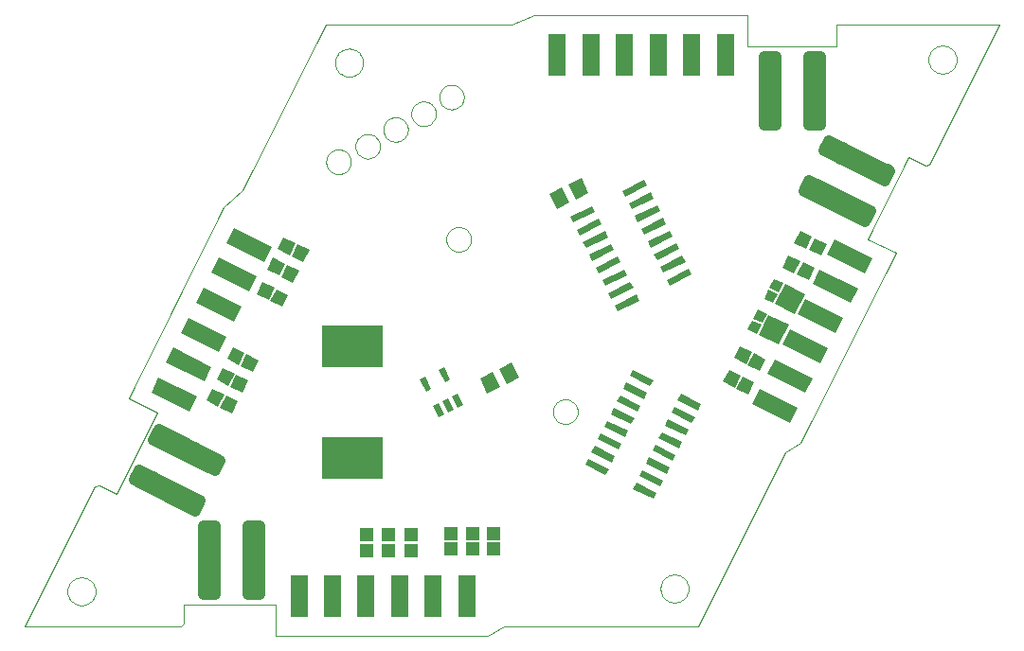
<source format=gbp>
G75*
%MOIN*%
%OFA0B0*%
%FSLAX24Y24*%
%IPPOS*%
%LPD*%
%AMOC8*
5,1,8,0,0,1.08239X$1,22.5*
%
%ADD10C,0.0000*%
%ADD11R,0.0236X0.0866*%
%ADD12R,0.0217X0.0472*%
%ADD13R,0.2165X0.1516*%
%ADD14R,0.0591X0.1496*%
%ADD15C,0.0394*%
%ADD16R,0.0512X0.0591*%
%ADD17R,0.0810X0.0240*%
%ADD18R,0.0472X0.0472*%
%ADD19R,0.0354X0.0354*%
%ADD20R,0.0787X0.0787*%
%ADD21R,0.0472X0.0472*%
D10*
X001543Y001214D02*
X007057Y001214D01*
X007162Y001332D01*
X007163Y001992D01*
X010376Y001990D01*
X010370Y000897D01*
X017853Y000897D01*
X018407Y001214D01*
X025254Y001214D01*
X028315Y007336D01*
X028846Y007690D01*
X032212Y014373D01*
X031218Y014865D01*
X032655Y017739D01*
X033246Y017444D01*
X033393Y017483D01*
X035864Y022424D01*
X030103Y022423D01*
X030103Y022424D02*
X030103Y021647D01*
X026989Y021647D01*
X026989Y022739D01*
X019476Y022739D01*
X018689Y022424D01*
X012143Y022424D01*
X009220Y016568D01*
X008561Y015977D01*
X005204Y009265D01*
X006218Y008753D01*
X004781Y005889D01*
X004191Y006184D01*
X004004Y006145D01*
X001543Y001214D01*
X003060Y002453D02*
X003062Y002497D01*
X003068Y002541D01*
X003078Y002584D01*
X003091Y002626D01*
X003109Y002666D01*
X003130Y002705D01*
X003154Y002742D01*
X003181Y002777D01*
X003212Y002809D01*
X003245Y002838D01*
X003281Y002864D01*
X003319Y002886D01*
X003359Y002905D01*
X003400Y002921D01*
X003443Y002933D01*
X003486Y002941D01*
X003530Y002945D01*
X003574Y002945D01*
X003618Y002941D01*
X003661Y002933D01*
X003704Y002921D01*
X003745Y002905D01*
X003785Y002886D01*
X003823Y002864D01*
X003859Y002838D01*
X003892Y002809D01*
X003923Y002777D01*
X003950Y002742D01*
X003974Y002705D01*
X003995Y002666D01*
X004013Y002626D01*
X004026Y002584D01*
X004036Y002541D01*
X004042Y002497D01*
X004044Y002453D01*
X004042Y002409D01*
X004036Y002365D01*
X004026Y002322D01*
X004013Y002280D01*
X003995Y002240D01*
X003974Y002201D01*
X003950Y002164D01*
X003923Y002129D01*
X003892Y002097D01*
X003859Y002068D01*
X003823Y002042D01*
X003785Y002020D01*
X003745Y002001D01*
X003704Y001985D01*
X003661Y001973D01*
X003618Y001965D01*
X003574Y001961D01*
X003530Y001961D01*
X003486Y001965D01*
X003443Y001973D01*
X003400Y001985D01*
X003359Y002001D01*
X003319Y002020D01*
X003281Y002042D01*
X003245Y002068D01*
X003212Y002097D01*
X003181Y002129D01*
X003154Y002164D01*
X003130Y002201D01*
X003109Y002240D01*
X003091Y002280D01*
X003078Y002322D01*
X003068Y002365D01*
X003062Y002409D01*
X003060Y002453D01*
X016391Y014853D02*
X016393Y014894D01*
X016399Y014935D01*
X016409Y014975D01*
X016422Y015014D01*
X016439Y015051D01*
X016460Y015087D01*
X016484Y015121D01*
X016511Y015152D01*
X016540Y015180D01*
X016573Y015206D01*
X016607Y015228D01*
X016644Y015247D01*
X016682Y015262D01*
X016722Y015274D01*
X016762Y015282D01*
X016803Y015286D01*
X016845Y015286D01*
X016886Y015282D01*
X016926Y015274D01*
X016966Y015262D01*
X017004Y015247D01*
X017040Y015228D01*
X017075Y015206D01*
X017108Y015180D01*
X017137Y015152D01*
X017164Y015121D01*
X017188Y015087D01*
X017209Y015051D01*
X017226Y015014D01*
X017239Y014975D01*
X017249Y014935D01*
X017255Y014894D01*
X017257Y014853D01*
X017255Y014812D01*
X017249Y014771D01*
X017239Y014731D01*
X017226Y014692D01*
X017209Y014655D01*
X017188Y014619D01*
X017164Y014585D01*
X017137Y014554D01*
X017108Y014526D01*
X017075Y014500D01*
X017041Y014478D01*
X017004Y014459D01*
X016966Y014444D01*
X016926Y014432D01*
X016886Y014424D01*
X016845Y014420D01*
X016803Y014420D01*
X016762Y014424D01*
X016722Y014432D01*
X016682Y014444D01*
X016644Y014459D01*
X016608Y014478D01*
X016573Y014500D01*
X016540Y014526D01*
X016511Y014554D01*
X016484Y014585D01*
X016460Y014619D01*
X016439Y014655D01*
X016422Y014692D01*
X016409Y014731D01*
X016399Y014771D01*
X016393Y014812D01*
X016391Y014853D01*
X012163Y017582D02*
X012165Y017623D01*
X012171Y017664D01*
X012181Y017704D01*
X012194Y017743D01*
X012211Y017780D01*
X012232Y017816D01*
X012256Y017850D01*
X012283Y017881D01*
X012312Y017909D01*
X012345Y017935D01*
X012379Y017957D01*
X012416Y017976D01*
X012454Y017991D01*
X012494Y018003D01*
X012534Y018011D01*
X012575Y018015D01*
X012617Y018015D01*
X012658Y018011D01*
X012698Y018003D01*
X012738Y017991D01*
X012776Y017976D01*
X012812Y017957D01*
X012847Y017935D01*
X012880Y017909D01*
X012909Y017881D01*
X012936Y017850D01*
X012960Y017816D01*
X012981Y017780D01*
X012998Y017743D01*
X013011Y017704D01*
X013021Y017664D01*
X013027Y017623D01*
X013029Y017582D01*
X013027Y017541D01*
X013021Y017500D01*
X013011Y017460D01*
X012998Y017421D01*
X012981Y017384D01*
X012960Y017348D01*
X012936Y017314D01*
X012909Y017283D01*
X012880Y017255D01*
X012847Y017229D01*
X012813Y017207D01*
X012776Y017188D01*
X012738Y017173D01*
X012698Y017161D01*
X012658Y017153D01*
X012617Y017149D01*
X012575Y017149D01*
X012534Y017153D01*
X012494Y017161D01*
X012454Y017173D01*
X012416Y017188D01*
X012380Y017207D01*
X012345Y017229D01*
X012312Y017255D01*
X012283Y017283D01*
X012256Y017314D01*
X012232Y017348D01*
X012211Y017384D01*
X012194Y017421D01*
X012181Y017460D01*
X012171Y017500D01*
X012165Y017541D01*
X012163Y017582D01*
X013187Y018133D02*
X013189Y018174D01*
X013195Y018215D01*
X013205Y018255D01*
X013218Y018294D01*
X013235Y018331D01*
X013256Y018367D01*
X013280Y018401D01*
X013307Y018432D01*
X013336Y018460D01*
X013369Y018486D01*
X013403Y018508D01*
X013440Y018527D01*
X013478Y018542D01*
X013518Y018554D01*
X013558Y018562D01*
X013599Y018566D01*
X013641Y018566D01*
X013682Y018562D01*
X013722Y018554D01*
X013762Y018542D01*
X013800Y018527D01*
X013836Y018508D01*
X013871Y018486D01*
X013904Y018460D01*
X013933Y018432D01*
X013960Y018401D01*
X013984Y018367D01*
X014005Y018331D01*
X014022Y018294D01*
X014035Y018255D01*
X014045Y018215D01*
X014051Y018174D01*
X014053Y018133D01*
X014051Y018092D01*
X014045Y018051D01*
X014035Y018011D01*
X014022Y017972D01*
X014005Y017935D01*
X013984Y017899D01*
X013960Y017865D01*
X013933Y017834D01*
X013904Y017806D01*
X013871Y017780D01*
X013837Y017758D01*
X013800Y017739D01*
X013762Y017724D01*
X013722Y017712D01*
X013682Y017704D01*
X013641Y017700D01*
X013599Y017700D01*
X013558Y017704D01*
X013518Y017712D01*
X013478Y017724D01*
X013440Y017739D01*
X013404Y017758D01*
X013369Y017780D01*
X013336Y017806D01*
X013307Y017834D01*
X013280Y017865D01*
X013256Y017899D01*
X013235Y017935D01*
X013218Y017972D01*
X013205Y018011D01*
X013195Y018051D01*
X013189Y018092D01*
X013187Y018133D01*
X014171Y018723D02*
X014173Y018764D01*
X014179Y018805D01*
X014189Y018845D01*
X014202Y018884D01*
X014219Y018921D01*
X014240Y018957D01*
X014264Y018991D01*
X014291Y019022D01*
X014320Y019050D01*
X014353Y019076D01*
X014387Y019098D01*
X014424Y019117D01*
X014462Y019132D01*
X014502Y019144D01*
X014542Y019152D01*
X014583Y019156D01*
X014625Y019156D01*
X014666Y019152D01*
X014706Y019144D01*
X014746Y019132D01*
X014784Y019117D01*
X014820Y019098D01*
X014855Y019076D01*
X014888Y019050D01*
X014917Y019022D01*
X014944Y018991D01*
X014968Y018957D01*
X014989Y018921D01*
X015006Y018884D01*
X015019Y018845D01*
X015029Y018805D01*
X015035Y018764D01*
X015037Y018723D01*
X015035Y018682D01*
X015029Y018641D01*
X015019Y018601D01*
X015006Y018562D01*
X014989Y018525D01*
X014968Y018489D01*
X014944Y018455D01*
X014917Y018424D01*
X014888Y018396D01*
X014855Y018370D01*
X014821Y018348D01*
X014784Y018329D01*
X014746Y018314D01*
X014706Y018302D01*
X014666Y018294D01*
X014625Y018290D01*
X014583Y018290D01*
X014542Y018294D01*
X014502Y018302D01*
X014462Y018314D01*
X014424Y018329D01*
X014388Y018348D01*
X014353Y018370D01*
X014320Y018396D01*
X014291Y018424D01*
X014264Y018455D01*
X014240Y018489D01*
X014219Y018525D01*
X014202Y018562D01*
X014189Y018601D01*
X014179Y018641D01*
X014173Y018682D01*
X014171Y018723D01*
X015155Y019275D02*
X015157Y019316D01*
X015163Y019357D01*
X015173Y019397D01*
X015186Y019436D01*
X015203Y019473D01*
X015224Y019509D01*
X015248Y019543D01*
X015275Y019574D01*
X015304Y019602D01*
X015337Y019628D01*
X015371Y019650D01*
X015408Y019669D01*
X015446Y019684D01*
X015486Y019696D01*
X015526Y019704D01*
X015567Y019708D01*
X015609Y019708D01*
X015650Y019704D01*
X015690Y019696D01*
X015730Y019684D01*
X015768Y019669D01*
X015804Y019650D01*
X015839Y019628D01*
X015872Y019602D01*
X015901Y019574D01*
X015928Y019543D01*
X015952Y019509D01*
X015973Y019473D01*
X015990Y019436D01*
X016003Y019397D01*
X016013Y019357D01*
X016019Y019316D01*
X016021Y019275D01*
X016019Y019234D01*
X016013Y019193D01*
X016003Y019153D01*
X015990Y019114D01*
X015973Y019077D01*
X015952Y019041D01*
X015928Y019007D01*
X015901Y018976D01*
X015872Y018948D01*
X015839Y018922D01*
X015805Y018900D01*
X015768Y018881D01*
X015730Y018866D01*
X015690Y018854D01*
X015650Y018846D01*
X015609Y018842D01*
X015567Y018842D01*
X015526Y018846D01*
X015486Y018854D01*
X015446Y018866D01*
X015408Y018881D01*
X015372Y018900D01*
X015337Y018922D01*
X015304Y018948D01*
X015275Y018976D01*
X015248Y019007D01*
X015224Y019041D01*
X015203Y019077D01*
X015186Y019114D01*
X015173Y019153D01*
X015163Y019193D01*
X015157Y019234D01*
X015155Y019275D01*
X016140Y019865D02*
X016142Y019906D01*
X016148Y019947D01*
X016158Y019987D01*
X016171Y020026D01*
X016188Y020063D01*
X016209Y020099D01*
X016233Y020133D01*
X016260Y020164D01*
X016289Y020192D01*
X016322Y020218D01*
X016356Y020240D01*
X016393Y020259D01*
X016431Y020274D01*
X016471Y020286D01*
X016511Y020294D01*
X016552Y020298D01*
X016594Y020298D01*
X016635Y020294D01*
X016675Y020286D01*
X016715Y020274D01*
X016753Y020259D01*
X016789Y020240D01*
X016824Y020218D01*
X016857Y020192D01*
X016886Y020164D01*
X016913Y020133D01*
X016937Y020099D01*
X016958Y020063D01*
X016975Y020026D01*
X016988Y019987D01*
X016998Y019947D01*
X017004Y019906D01*
X017006Y019865D01*
X017004Y019824D01*
X016998Y019783D01*
X016988Y019743D01*
X016975Y019704D01*
X016958Y019667D01*
X016937Y019631D01*
X016913Y019597D01*
X016886Y019566D01*
X016857Y019538D01*
X016824Y019512D01*
X016790Y019490D01*
X016753Y019471D01*
X016715Y019456D01*
X016675Y019444D01*
X016635Y019436D01*
X016594Y019432D01*
X016552Y019432D01*
X016511Y019436D01*
X016471Y019444D01*
X016431Y019456D01*
X016393Y019471D01*
X016357Y019490D01*
X016322Y019512D01*
X016289Y019538D01*
X016260Y019566D01*
X016233Y019597D01*
X016209Y019631D01*
X016188Y019667D01*
X016171Y019704D01*
X016158Y019743D01*
X016148Y019783D01*
X016142Y019824D01*
X016140Y019865D01*
X012478Y021079D02*
X012480Y021123D01*
X012486Y021167D01*
X012496Y021210D01*
X012509Y021252D01*
X012527Y021292D01*
X012548Y021331D01*
X012572Y021368D01*
X012599Y021403D01*
X012630Y021435D01*
X012663Y021464D01*
X012699Y021490D01*
X012737Y021512D01*
X012777Y021531D01*
X012818Y021547D01*
X012861Y021559D01*
X012904Y021567D01*
X012948Y021571D01*
X012992Y021571D01*
X013036Y021567D01*
X013079Y021559D01*
X013122Y021547D01*
X013163Y021531D01*
X013203Y021512D01*
X013241Y021490D01*
X013277Y021464D01*
X013310Y021435D01*
X013341Y021403D01*
X013368Y021368D01*
X013392Y021331D01*
X013413Y021292D01*
X013431Y021252D01*
X013444Y021210D01*
X013454Y021167D01*
X013460Y021123D01*
X013462Y021079D01*
X013460Y021035D01*
X013454Y020991D01*
X013444Y020948D01*
X013431Y020906D01*
X013413Y020866D01*
X013392Y020827D01*
X013368Y020790D01*
X013341Y020755D01*
X013310Y020723D01*
X013277Y020694D01*
X013241Y020668D01*
X013203Y020646D01*
X013163Y020627D01*
X013122Y020611D01*
X013079Y020599D01*
X013036Y020591D01*
X012992Y020587D01*
X012948Y020587D01*
X012904Y020591D01*
X012861Y020599D01*
X012818Y020611D01*
X012777Y020627D01*
X012737Y020646D01*
X012699Y020668D01*
X012663Y020694D01*
X012630Y020723D01*
X012599Y020755D01*
X012572Y020790D01*
X012548Y020827D01*
X012527Y020866D01*
X012509Y020906D01*
X012496Y020948D01*
X012486Y020991D01*
X012480Y021035D01*
X012478Y021079D01*
X020144Y008781D02*
X020146Y008822D01*
X020152Y008863D01*
X020162Y008903D01*
X020175Y008942D01*
X020192Y008979D01*
X020213Y009015D01*
X020237Y009049D01*
X020264Y009080D01*
X020293Y009108D01*
X020326Y009134D01*
X020360Y009156D01*
X020397Y009175D01*
X020435Y009190D01*
X020475Y009202D01*
X020515Y009210D01*
X020556Y009214D01*
X020598Y009214D01*
X020639Y009210D01*
X020679Y009202D01*
X020719Y009190D01*
X020757Y009175D01*
X020793Y009156D01*
X020828Y009134D01*
X020861Y009108D01*
X020890Y009080D01*
X020917Y009049D01*
X020941Y009015D01*
X020962Y008979D01*
X020979Y008942D01*
X020992Y008903D01*
X021002Y008863D01*
X021008Y008822D01*
X021010Y008781D01*
X021008Y008740D01*
X021002Y008699D01*
X020992Y008659D01*
X020979Y008620D01*
X020962Y008583D01*
X020941Y008547D01*
X020917Y008513D01*
X020890Y008482D01*
X020861Y008454D01*
X020828Y008428D01*
X020794Y008406D01*
X020757Y008387D01*
X020719Y008372D01*
X020679Y008360D01*
X020639Y008352D01*
X020598Y008348D01*
X020556Y008348D01*
X020515Y008352D01*
X020475Y008360D01*
X020435Y008372D01*
X020397Y008387D01*
X020361Y008406D01*
X020326Y008428D01*
X020293Y008454D01*
X020264Y008482D01*
X020237Y008513D01*
X020213Y008547D01*
X020192Y008583D01*
X020175Y008620D01*
X020162Y008659D01*
X020152Y008699D01*
X020146Y008740D01*
X020144Y008781D01*
X023929Y002550D02*
X023931Y002594D01*
X023937Y002638D01*
X023947Y002681D01*
X023960Y002723D01*
X023978Y002763D01*
X023999Y002802D01*
X024023Y002839D01*
X024050Y002874D01*
X024081Y002906D01*
X024114Y002935D01*
X024150Y002961D01*
X024188Y002983D01*
X024228Y003002D01*
X024269Y003018D01*
X024312Y003030D01*
X024355Y003038D01*
X024399Y003042D01*
X024443Y003042D01*
X024487Y003038D01*
X024530Y003030D01*
X024573Y003018D01*
X024614Y003002D01*
X024654Y002983D01*
X024692Y002961D01*
X024728Y002935D01*
X024761Y002906D01*
X024792Y002874D01*
X024819Y002839D01*
X024843Y002802D01*
X024864Y002763D01*
X024882Y002723D01*
X024895Y002681D01*
X024905Y002638D01*
X024911Y002594D01*
X024913Y002550D01*
X024911Y002506D01*
X024905Y002462D01*
X024895Y002419D01*
X024882Y002377D01*
X024864Y002337D01*
X024843Y002298D01*
X024819Y002261D01*
X024792Y002226D01*
X024761Y002194D01*
X024728Y002165D01*
X024692Y002139D01*
X024654Y002117D01*
X024614Y002098D01*
X024573Y002082D01*
X024530Y002070D01*
X024487Y002062D01*
X024443Y002058D01*
X024399Y002058D01*
X024355Y002062D01*
X024312Y002070D01*
X024269Y002082D01*
X024228Y002098D01*
X024188Y002117D01*
X024150Y002139D01*
X024114Y002165D01*
X024081Y002194D01*
X024050Y002226D01*
X024023Y002261D01*
X023999Y002298D01*
X023978Y002337D01*
X023960Y002377D01*
X023947Y002419D01*
X023937Y002462D01*
X023931Y002506D01*
X023929Y002550D01*
X033359Y021185D02*
X033361Y021229D01*
X033367Y021273D01*
X033377Y021316D01*
X033390Y021358D01*
X033408Y021398D01*
X033429Y021437D01*
X033453Y021474D01*
X033480Y021509D01*
X033511Y021541D01*
X033544Y021570D01*
X033580Y021596D01*
X033618Y021618D01*
X033658Y021637D01*
X033699Y021653D01*
X033742Y021665D01*
X033785Y021673D01*
X033829Y021677D01*
X033873Y021677D01*
X033917Y021673D01*
X033960Y021665D01*
X034003Y021653D01*
X034044Y021637D01*
X034084Y021618D01*
X034122Y021596D01*
X034158Y021570D01*
X034191Y021541D01*
X034222Y021509D01*
X034249Y021474D01*
X034273Y021437D01*
X034294Y021398D01*
X034312Y021358D01*
X034325Y021316D01*
X034335Y021273D01*
X034341Y021229D01*
X034343Y021185D01*
X034341Y021141D01*
X034335Y021097D01*
X034325Y021054D01*
X034312Y021012D01*
X034294Y020972D01*
X034273Y020933D01*
X034249Y020896D01*
X034222Y020861D01*
X034191Y020829D01*
X034158Y020800D01*
X034122Y020774D01*
X034084Y020752D01*
X034044Y020733D01*
X034003Y020717D01*
X033960Y020705D01*
X033917Y020697D01*
X033873Y020693D01*
X033829Y020693D01*
X033785Y020697D01*
X033742Y020705D01*
X033699Y020717D01*
X033658Y020733D01*
X033618Y020752D01*
X033580Y020774D01*
X033544Y020800D01*
X033511Y020829D01*
X033480Y020861D01*
X033453Y020896D01*
X033429Y020933D01*
X033408Y020972D01*
X033390Y021012D01*
X033377Y021054D01*
X033367Y021097D01*
X033361Y021141D01*
X033359Y021185D01*
D11*
G36*
X023357Y015012D02*
X023251Y015223D01*
X024025Y015610D01*
X024131Y015399D01*
X023357Y015012D01*
G37*
G36*
X023581Y014565D02*
X023475Y014776D01*
X024249Y015163D01*
X024355Y014952D01*
X023581Y014565D01*
G37*
G36*
X023805Y014117D02*
X023699Y014328D01*
X024473Y014715D01*
X024579Y014504D01*
X023805Y014117D01*
G37*
G36*
X024029Y013670D02*
X023923Y013881D01*
X024697Y014268D01*
X024803Y014057D01*
X024029Y013670D01*
G37*
G36*
X024253Y013223D02*
X024147Y013434D01*
X024921Y013821D01*
X025027Y013610D01*
X024253Y013223D01*
G37*
G36*
X022422Y012307D02*
X022316Y012518D01*
X023090Y012905D01*
X023196Y012694D01*
X022422Y012307D01*
G37*
G36*
X022198Y012754D02*
X022092Y012965D01*
X022866Y013352D01*
X022972Y013141D01*
X022198Y012754D01*
G37*
G36*
X021975Y013201D02*
X021869Y013412D01*
X022643Y013799D01*
X022749Y013588D01*
X021975Y013201D01*
G37*
G36*
X021751Y013648D02*
X021645Y013859D01*
X022419Y014246D01*
X022525Y014035D01*
X021751Y013648D01*
G37*
G36*
X021527Y014095D02*
X021421Y014306D01*
X022195Y014693D01*
X022301Y014482D01*
X021527Y014095D01*
G37*
G36*
X021303Y014542D02*
X021197Y014753D01*
X021971Y015140D01*
X022077Y014929D01*
X021303Y014542D01*
G37*
G36*
X021079Y014989D02*
X020973Y015200D01*
X021747Y015587D01*
X021853Y015376D01*
X021079Y014989D01*
G37*
G36*
X020855Y015436D02*
X020749Y015647D01*
X021523Y016034D01*
X021629Y015823D01*
X020855Y015436D01*
G37*
G36*
X022686Y016353D02*
X022580Y016564D01*
X023354Y016951D01*
X023460Y016740D01*
X022686Y016353D01*
G37*
G36*
X022910Y015906D02*
X022804Y016117D01*
X023578Y016504D01*
X023684Y016293D01*
X022910Y015906D01*
G37*
G36*
X023134Y015459D02*
X023028Y015670D01*
X023802Y016057D01*
X023908Y015846D01*
X023134Y015459D01*
G37*
D12*
G36*
X016129Y010242D02*
X016322Y010339D01*
X016533Y009918D01*
X016340Y009821D01*
X016129Y010242D01*
G37*
G36*
X015460Y009907D02*
X015653Y010004D01*
X015864Y009583D01*
X015671Y009486D01*
X015460Y009907D01*
G37*
G36*
X015919Y008992D02*
X016112Y009089D01*
X016323Y008668D01*
X016130Y008571D01*
X015919Y008992D01*
G37*
G36*
X016253Y009159D02*
X016446Y009256D01*
X016657Y008835D01*
X016464Y008738D01*
X016253Y009159D01*
G37*
G36*
X016588Y009327D02*
X016781Y009424D01*
X016992Y009003D01*
X016799Y008906D01*
X016588Y009327D01*
G37*
D13*
X013094Y011074D03*
X013094Y007157D03*
D14*
G36*
X006533Y010509D02*
X006797Y011036D01*
X008133Y010367D01*
X007869Y009840D01*
X006533Y010509D01*
G37*
G36*
X006004Y009453D02*
X006268Y009980D01*
X007604Y009311D01*
X007340Y008784D01*
X006004Y009453D01*
G37*
G36*
X007062Y011565D02*
X007326Y012092D01*
X008662Y011423D01*
X008398Y010896D01*
X007062Y011565D01*
G37*
G36*
X007591Y012621D02*
X007855Y013148D01*
X009191Y012479D01*
X008927Y011952D01*
X007591Y012621D01*
G37*
G36*
X008120Y013677D02*
X008384Y014204D01*
X009720Y013535D01*
X009456Y013008D01*
X008120Y013677D01*
G37*
G36*
X008649Y014734D02*
X008913Y015261D01*
X010249Y014592D01*
X009985Y014065D01*
X008649Y014734D01*
G37*
X020296Y021364D03*
X021477Y021364D03*
X022659Y021364D03*
X023840Y021364D03*
X025021Y021364D03*
X026202Y021364D03*
G36*
X031398Y014186D02*
X031134Y013659D01*
X029798Y014328D01*
X030062Y014855D01*
X031398Y014186D01*
G37*
G36*
X030869Y013130D02*
X030605Y012603D01*
X029269Y013272D01*
X029533Y013799D01*
X030869Y013130D01*
G37*
G36*
X030341Y012074D02*
X030077Y011547D01*
X028741Y012216D01*
X029005Y012743D01*
X030341Y012074D01*
G37*
G36*
X029812Y011018D02*
X029548Y010491D01*
X028212Y011160D01*
X028476Y011687D01*
X029812Y011018D01*
G37*
G36*
X029283Y009962D02*
X029019Y009435D01*
X027683Y010104D01*
X027947Y010631D01*
X029283Y009962D01*
G37*
G36*
X028754Y008905D02*
X028490Y008378D01*
X027154Y009047D01*
X027418Y009574D01*
X028754Y008905D01*
G37*
X017110Y002277D03*
X015929Y002277D03*
X014748Y002277D03*
X013567Y002277D03*
X012386Y002277D03*
X011205Y002277D03*
D15*
X009432Y002366D02*
X009432Y004766D01*
X009824Y004766D01*
X009824Y002366D01*
X009432Y002366D01*
X009432Y002759D02*
X009824Y002759D01*
X009824Y003152D02*
X009432Y003152D01*
X009432Y003545D02*
X009824Y003545D01*
X009824Y003938D02*
X009432Y003938D01*
X009432Y004331D02*
X009824Y004331D01*
X009824Y004724D02*
X009432Y004724D01*
X007858Y004746D02*
X007858Y002346D01*
X007858Y004746D02*
X008250Y004746D01*
X008250Y002346D01*
X007858Y002346D01*
X007858Y002739D02*
X008250Y002739D01*
X008250Y003132D02*
X007858Y003132D01*
X007858Y003525D02*
X008250Y003525D01*
X008250Y003918D02*
X007858Y003918D01*
X007858Y004311D02*
X008250Y004311D01*
X008250Y004704D02*
X007858Y004704D01*
X007728Y005650D02*
X005583Y006724D01*
X007728Y005650D02*
X007553Y005300D01*
X005408Y006374D01*
X005583Y006724D01*
X006768Y005693D02*
X007642Y005693D01*
X006857Y006086D02*
X005983Y006086D01*
X006072Y006479D02*
X005461Y006479D01*
X006271Y008141D02*
X008416Y007067D01*
X008241Y006717D01*
X006096Y007791D01*
X006271Y008141D01*
X007456Y007110D02*
X008330Y007110D01*
X007545Y007503D02*
X006671Y007503D01*
X006760Y007896D02*
X006149Y007896D01*
X027976Y018873D02*
X027976Y021273D01*
X027976Y018873D02*
X027584Y018873D01*
X027584Y021273D01*
X027976Y021273D01*
X027976Y019266D02*
X027584Y019266D01*
X027584Y019659D02*
X027976Y019659D01*
X027976Y020052D02*
X027584Y020052D01*
X027584Y020445D02*
X027976Y020445D01*
X027976Y020838D02*
X027584Y020838D01*
X027584Y021231D02*
X027976Y021231D01*
X029551Y021293D02*
X029551Y018893D01*
X029159Y018893D01*
X029159Y021293D01*
X029551Y021293D01*
X029551Y019286D02*
X029159Y019286D01*
X029159Y019679D02*
X029551Y019679D01*
X029551Y020072D02*
X029159Y020072D01*
X029159Y020465D02*
X029551Y020465D01*
X029551Y020858D02*
X029159Y020858D01*
X029159Y021251D02*
X029551Y021251D01*
X029675Y017983D02*
X031820Y016909D01*
X029675Y017983D02*
X029850Y018333D01*
X031995Y017259D01*
X031820Y016909D01*
X031909Y017302D02*
X031035Y017302D01*
X031124Y017695D02*
X030250Y017695D01*
X030339Y018088D02*
X029728Y018088D01*
X028987Y016566D02*
X031132Y015492D01*
X028987Y016566D02*
X029162Y016916D01*
X031307Y015842D01*
X031132Y015492D01*
X031221Y015885D02*
X030347Y015885D01*
X030436Y016278D02*
X029562Y016278D01*
X029651Y016671D02*
X029040Y016671D01*
D16*
G36*
X020681Y016778D02*
X021137Y017007D01*
X021401Y016480D01*
X020945Y016251D01*
X020681Y016778D01*
G37*
G36*
X020012Y016443D02*
X020468Y016672D01*
X020732Y016145D01*
X020276Y015916D01*
X020012Y016443D01*
G37*
G36*
X018959Y009979D02*
X018503Y009750D01*
X018239Y010277D01*
X018695Y010506D01*
X018959Y009979D01*
G37*
G36*
X018290Y009644D02*
X017834Y009415D01*
X017570Y009942D01*
X018026Y010171D01*
X018290Y009644D01*
G37*
D17*
G36*
X021832Y008018D02*
X022555Y007656D01*
X022448Y007442D01*
X021725Y007804D01*
X021832Y008018D01*
G37*
G36*
X022055Y008465D02*
X022778Y008103D01*
X022671Y007889D01*
X021948Y008251D01*
X022055Y008465D01*
G37*
G36*
X022279Y008912D02*
X023002Y008550D01*
X022895Y008336D01*
X022172Y008698D01*
X022279Y008912D01*
G37*
G36*
X022503Y009359D02*
X023226Y008997D01*
X023119Y008783D01*
X022396Y009145D01*
X022503Y009359D01*
G37*
G36*
X022727Y009806D02*
X023450Y009444D01*
X023343Y009230D01*
X022620Y009592D01*
X022727Y009806D01*
G37*
G36*
X022951Y010253D02*
X023674Y009891D01*
X023567Y009677D01*
X022844Y010039D01*
X022951Y010253D01*
G37*
G36*
X024641Y009407D02*
X025364Y009045D01*
X025257Y008831D01*
X024534Y009193D01*
X024641Y009407D01*
G37*
G36*
X024417Y008960D02*
X025140Y008598D01*
X025033Y008384D01*
X024310Y008746D01*
X024417Y008960D01*
G37*
G36*
X024193Y008513D02*
X024916Y008151D01*
X024809Y007937D01*
X024086Y008299D01*
X024193Y008513D01*
G37*
G36*
X023969Y008065D02*
X024692Y007703D01*
X024585Y007489D01*
X023862Y007851D01*
X023969Y008065D01*
G37*
G36*
X023745Y007618D02*
X024468Y007256D01*
X024361Y007042D01*
X023638Y007404D01*
X023745Y007618D01*
G37*
G36*
X023522Y007171D02*
X024245Y006809D01*
X024138Y006595D01*
X023415Y006957D01*
X023522Y007171D01*
G37*
G36*
X023298Y006724D02*
X024021Y006362D01*
X023914Y006148D01*
X023191Y006510D01*
X023298Y006724D01*
G37*
G36*
X023074Y006277D02*
X023797Y005915D01*
X023690Y005701D01*
X022967Y006063D01*
X023074Y006277D01*
G37*
G36*
X021384Y007123D02*
X022107Y006761D01*
X022000Y006547D01*
X021277Y006909D01*
X021384Y007123D01*
G37*
G36*
X021608Y007571D02*
X022331Y007209D01*
X022224Y006995D01*
X021501Y007357D01*
X021608Y007571D01*
G37*
D18*
G36*
X026545Y009634D02*
X026124Y009845D01*
X026335Y010266D01*
X026756Y010055D01*
X026545Y009634D01*
G37*
G36*
X027020Y009382D02*
X026599Y009593D01*
X026810Y010014D01*
X027231Y009803D01*
X027020Y009382D01*
G37*
G36*
X027419Y010213D02*
X026998Y010424D01*
X027209Y010845D01*
X027630Y010634D01*
X027419Y010213D01*
G37*
G36*
X026944Y010465D02*
X026523Y010676D01*
X026734Y011097D01*
X027155Y010886D01*
X026944Y010465D01*
G37*
G36*
X029147Y013415D02*
X028726Y013626D01*
X028937Y014047D01*
X029358Y013836D01*
X029147Y013415D01*
G37*
G36*
X028629Y013655D02*
X028208Y013866D01*
X028419Y014287D01*
X028840Y014076D01*
X028629Y013655D01*
G37*
G36*
X029569Y014268D02*
X029148Y014479D01*
X029359Y014900D01*
X029780Y014689D01*
X029569Y014268D01*
G37*
G36*
X029055Y014520D02*
X028634Y014731D01*
X028845Y015152D01*
X029266Y014941D01*
X029055Y014520D01*
G37*
G36*
X011151Y014684D02*
X011572Y014473D01*
X011361Y014052D01*
X010940Y014263D01*
X011151Y014684D01*
G37*
G36*
X010664Y014932D02*
X011085Y014721D01*
X010874Y014300D01*
X010453Y014511D01*
X010664Y014932D01*
G37*
G36*
X010299Y014203D02*
X010720Y013992D01*
X010509Y013571D01*
X010088Y013782D01*
X010299Y014203D01*
G37*
G36*
X010785Y013954D02*
X011206Y013743D01*
X010995Y013322D01*
X010574Y013533D01*
X010785Y013954D01*
G37*
G36*
X009933Y013348D02*
X010354Y013137D01*
X010143Y012716D01*
X009722Y012927D01*
X009933Y013348D01*
G37*
G36*
X010403Y013100D02*
X010824Y012889D01*
X010613Y012468D01*
X010192Y012679D01*
X010403Y013100D01*
G37*
G36*
X008880Y011056D02*
X009301Y010845D01*
X009090Y010424D01*
X008669Y010635D01*
X008880Y011056D01*
G37*
G36*
X009367Y010808D02*
X009788Y010597D01*
X009577Y010176D01*
X009156Y010387D01*
X009367Y010808D01*
G37*
G36*
X009001Y010079D02*
X009422Y009868D01*
X009211Y009447D01*
X008790Y009658D01*
X009001Y010079D01*
G37*
G36*
X008514Y010327D02*
X008935Y010116D01*
X008724Y009695D01*
X008303Y009906D01*
X008514Y010327D01*
G37*
G36*
X008148Y009597D02*
X008569Y009386D01*
X008358Y008965D01*
X007937Y009176D01*
X008148Y009597D01*
G37*
G36*
X008635Y009349D02*
X009056Y009138D01*
X008845Y008717D01*
X008424Y008928D01*
X008635Y009349D01*
G37*
D19*
G36*
X027316Y011519D02*
X027000Y011677D01*
X027158Y011993D01*
X027474Y011835D01*
X027316Y011519D01*
G37*
G36*
X027516Y011909D02*
X027200Y012067D01*
X027358Y012383D01*
X027674Y012225D01*
X027516Y011909D01*
G37*
G36*
X027885Y012604D02*
X027569Y012762D01*
X027727Y013078D01*
X028043Y012920D01*
X027885Y012604D01*
G37*
G36*
X028084Y012991D02*
X027768Y013149D01*
X027926Y013465D01*
X028242Y013307D01*
X028084Y012991D01*
G37*
D20*
G36*
X028653Y012225D02*
X027951Y012577D01*
X028303Y013279D01*
X029005Y012927D01*
X028653Y012225D01*
G37*
G36*
X028083Y011145D02*
X027381Y011497D01*
X027733Y012199D01*
X028435Y011847D01*
X028083Y011145D01*
G37*
D21*
X018053Y004490D03*
X018053Y003947D03*
X017303Y003947D03*
X017303Y004490D03*
X016553Y004490D03*
X016553Y003947D03*
X015157Y003895D03*
X015157Y004441D03*
X014345Y004441D03*
X013595Y004441D03*
X013595Y003895D03*
X014345Y003895D03*
M02*

</source>
